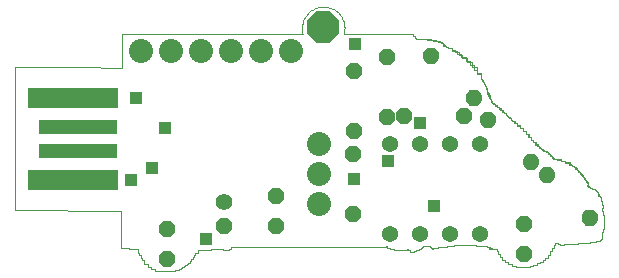
<source format=gts>
G75*
%MOIN*%
%OFA0B0*%
%FSLAX24Y24*%
%IPPOS*%
%LPD*%
%AMOC8*
5,1,8,0,0,1.08239X$1,22.5*
%
%ADD10C,0.0010*%
%ADD11C,0.0004*%
%ADD12OC8,0.0540*%
%ADD13C,0.0108*%
%ADD14OC8,0.0560*%
%ADD15C,0.0560*%
%ADD16C,0.0540*%
%ADD17R,0.3013X0.0651*%
%ADD18R,0.2619X0.0454*%
%ADD19C,0.0800*%
%ADD20R,0.0436X0.0436*%
%ADD21OC8,0.1060*%
D10*
X005682Y009387D02*
X005682Y009460D01*
X005557Y009460D01*
X005557Y009555D01*
X005438Y009555D01*
X005438Y009675D01*
X005386Y009675D01*
X005386Y009746D01*
X005331Y009746D01*
X005331Y009835D01*
X005283Y009835D01*
X005283Y009927D01*
X005250Y009927D01*
X005250Y010007D01*
X005235Y010007D01*
X005235Y010055D01*
X005135Y010055D01*
X005135Y010061D01*
X004929Y010061D01*
X004929Y010074D01*
X004755Y010074D01*
X005682Y009387D02*
X005818Y009387D01*
X005818Y009333D01*
X005969Y009333D01*
X005969Y009320D01*
X006023Y009320D01*
X006023Y009312D01*
X006073Y009312D01*
X006073Y009309D01*
X006244Y009309D01*
X006244Y009310D01*
X006349Y009310D01*
X006349Y009313D01*
X006415Y009313D01*
X006415Y009320D02*
X006463Y009320D01*
X006463Y009335D01*
X006514Y009335D01*
X006514Y009363D02*
X006595Y009363D01*
X006595Y009396D01*
X006672Y009396D01*
X006672Y009417D01*
X006716Y009417D01*
X006716Y009440D01*
X006758Y009440D01*
X006758Y009471D01*
X006807Y009471D01*
X006807Y009514D01*
X006871Y009514D01*
X006871Y009550D01*
X006918Y009550D01*
X006918Y009598D01*
X006966Y009598D01*
X006966Y009653D01*
X007016Y009653D01*
X007016Y009715D01*
X007064Y009715D01*
X007064Y009780D01*
X007109Y009780D01*
X007109Y009846D01*
X007149Y009846D01*
X007149Y009909D01*
X007182Y009909D01*
X007207Y009931D01*
X007231Y009931D01*
X007231Y010005D01*
X007256Y010005D01*
X007256Y010011D01*
X007305Y010011D01*
X007305Y010014D01*
X007335Y010014D01*
X007335Y010017D01*
X007384Y010017D01*
X007384Y010021D01*
X007444Y010021D01*
X007444Y010023D01*
X007508Y010023D01*
X007508Y010027D01*
X007581Y010027D01*
X007581Y010031D01*
X007664Y010031D01*
X007664Y010037D01*
X007748Y010037D01*
X007748Y010043D01*
X007821Y010043D01*
X007821Y010049D01*
X007893Y010049D01*
X007893Y010053D01*
X007948Y010053D01*
X007948Y010055D01*
X007990Y010055D01*
X007990Y010056D01*
X008020Y010056D01*
X008020Y010054D01*
X008041Y010054D01*
X008041Y010051D01*
X008054Y010051D01*
X008054Y010045D01*
X008063Y010045D01*
X008063Y010038D01*
X008068Y010038D01*
X008068Y010023D01*
X008084Y010023D01*
X008084Y010011D01*
X008111Y010011D01*
X008111Y010003D01*
X008146Y010003D01*
X008146Y010001D01*
X008189Y010001D01*
X008189Y010003D01*
X008211Y010003D01*
X008211Y010007D01*
X008233Y010007D01*
X008233Y010017D01*
X008256Y010017D01*
X008256Y010031D01*
X008283Y010031D01*
X008283Y010049D01*
X008311Y010049D01*
X008311Y010066D01*
X008328Y010066D01*
X008328Y010088D01*
X008340Y010088D01*
X008353Y010123D01*
X008364Y010123D01*
X008377Y010124D01*
X013513Y010111D01*
X013488Y010154D01*
X013552Y010154D01*
X013552Y010099D01*
X013633Y010099D01*
X013633Y010063D01*
X013698Y010063D01*
X013698Y010040D01*
X013756Y010040D01*
X013756Y010026D01*
X013822Y010026D01*
X013822Y010018D01*
X013917Y010018D01*
X013917Y010016D01*
X014033Y010016D01*
X014033Y010020D01*
X014142Y010020D01*
X014142Y010031D01*
X014217Y010031D01*
X014217Y010036D01*
X014237Y010036D01*
X014237Y010035D01*
X014253Y010035D01*
X014253Y010024D01*
X014270Y010024D01*
X014270Y010000D01*
X014296Y010000D01*
X014296Y009965D01*
X014344Y009965D01*
X014344Y009949D01*
X014391Y009949D01*
X014391Y009953D01*
X014437Y009953D01*
X014437Y009975D01*
X014482Y009975D01*
X014482Y009991D01*
X014513Y009991D01*
X014513Y010008D01*
X014553Y010008D01*
X014553Y010030D01*
X014611Y010030D01*
X014611Y010054D01*
X014661Y010054D01*
X014661Y010079D01*
X014698Y010079D01*
X014698Y010103D01*
X014720Y010103D01*
X014720Y010123D01*
X014736Y010123D01*
X014736Y010136D01*
X014760Y010136D01*
X014760Y010143D01*
X014806Y010143D01*
X014806Y010149D01*
X014885Y010149D01*
X014885Y010154D01*
X014975Y010154D01*
X014975Y010131D01*
X014981Y010131D01*
X014981Y010107D01*
X014993Y010107D01*
X014993Y010083D01*
X015013Y010083D01*
X015013Y010071D01*
X015028Y010071D01*
X015028Y010063D01*
X015041Y010063D01*
X015041Y010061D01*
X015056Y010061D01*
X015056Y010063D01*
X015075Y010063D01*
X015075Y010067D01*
X015107Y010067D01*
X015107Y010075D01*
X015167Y010075D01*
X015167Y010087D01*
X015247Y010087D01*
X015247Y010100D01*
X015338Y010100D01*
X015338Y010114D01*
X015438Y010114D01*
X015438Y010129D01*
X015542Y010129D01*
X015542Y010142D01*
X015636Y010142D01*
X015636Y010152D01*
X015710Y010152D01*
X015710Y010160D01*
X015766Y010160D01*
X015766Y010169D01*
X015814Y010169D01*
X015814Y010176D01*
X015849Y010176D01*
X015849Y010182D01*
X015866Y010182D01*
X015866Y010187D01*
X015897Y010187D01*
X015897Y010188D01*
X015969Y010188D01*
X015969Y010186D01*
X016074Y010186D01*
X016074Y010182D01*
X016204Y010182D01*
X016204Y010176D01*
X016350Y010176D01*
X016350Y010167D01*
X016503Y010167D01*
X016503Y010156D01*
X016656Y010156D01*
X016656Y010144D01*
X016800Y010144D01*
X016800Y010139D01*
X016838Y010139D01*
X016838Y010134D01*
X016867Y010134D01*
X016867Y010128D01*
X016888Y010128D01*
X016888Y010119D01*
X016900Y010119D01*
X016900Y010112D01*
X016914Y010112D01*
X016914Y010105D01*
X016933Y010105D01*
X016933Y010100D01*
X016961Y010100D01*
X016961Y010097D01*
X017001Y010097D01*
X017001Y010093D01*
X017006Y010081D01*
X017006Y010075D01*
X017038Y010075D01*
X017038Y010066D01*
X017064Y010066D01*
X017064Y010051D01*
X016953Y010088D01*
X016953Y010063D01*
X016998Y010063D01*
X016998Y010048D01*
X017039Y010048D01*
X017039Y010040D01*
X017081Y010040D01*
X017081Y010038D01*
X017208Y010038D01*
X017208Y009988D01*
X017233Y009988D01*
X017233Y009887D01*
X017296Y009887D01*
X017296Y009784D01*
X017380Y009784D01*
X017380Y009690D01*
X017476Y009690D01*
X017476Y009615D01*
X017576Y009615D01*
X017576Y009549D01*
X017695Y009549D01*
X017695Y009499D01*
X017823Y009499D01*
X017823Y009464D01*
X017958Y009464D01*
X017958Y009446D01*
X018202Y009446D01*
X018202Y009459D01*
X018309Y009459D01*
X018309Y009484D01*
X018417Y009484D01*
X018417Y009520D01*
X018522Y009520D01*
X018522Y009567D01*
X018624Y009567D01*
X018624Y009624D01*
X018721Y009624D01*
X018721Y009690D01*
X018812Y009690D01*
X018812Y009765D01*
X018893Y009765D01*
X018893Y009861D01*
X018973Y009861D01*
X018973Y009972D01*
X019047Y009972D01*
X019047Y010084D01*
X019106Y010084D01*
X019106Y010184D01*
X019141Y010184D01*
X019141Y010231D01*
X019152Y010231D01*
X019152Y010235D01*
X019205Y010235D01*
X019205Y010237D01*
X019233Y010237D01*
X019233Y010235D01*
X019251Y010235D01*
X019251Y010231D01*
X019262Y010231D01*
X019262Y010222D01*
X019271Y010222D01*
X019271Y010209D01*
X019281Y010209D01*
X019281Y010201D01*
X019296Y010201D01*
X019296Y010196D01*
X019322Y010196D01*
X019322Y010194D01*
X019368Y010194D01*
X019368Y010197D01*
X019441Y010197D01*
X019441Y010203D01*
X019548Y010203D01*
X019548Y010214D01*
X019696Y010214D01*
X019696Y010229D01*
X019893Y010229D01*
X019893Y010242D01*
X020062Y010242D01*
X020062Y010251D01*
X020196Y010251D01*
X020196Y010260D01*
X020298Y010260D01*
X020298Y010267D01*
X020374Y010267D01*
X020374Y010273D01*
X020428Y010273D01*
X020428Y010278D01*
X020464Y010278D01*
X020464Y010284D01*
X020487Y010284D01*
X020487Y010290D01*
X020501Y010290D01*
X020501Y010303D01*
X020539Y010303D01*
X020539Y010308D01*
X020584Y010308D01*
X020584Y010309D01*
X020610Y010309D01*
X020610Y010313D01*
X020629Y010313D01*
X020629Y010323D01*
X020646Y010323D01*
X020646Y010340D01*
X020664Y010340D01*
X020664Y010361D01*
X020680Y010361D01*
X020680Y010378D01*
X020690Y010378D01*
X020690Y010401D01*
X020694Y010401D01*
X020694Y010436D01*
X020694Y010436D01*
X020694Y010491D01*
X020697Y010491D01*
X020697Y010543D01*
X020707Y010543D01*
X020707Y010587D01*
X020720Y010587D01*
X020720Y010616D01*
X020736Y010616D01*
X020736Y010649D01*
X020749Y010649D01*
X020749Y010713D01*
X020758Y010713D01*
X020758Y010799D01*
X020762Y010799D01*
X020762Y010899D01*
X020764Y010899D01*
X020764Y011003D01*
X020762Y011003D01*
X020762Y011103D01*
X020756Y011103D01*
X020756Y011189D01*
X020747Y011189D01*
X020747Y011254D01*
X020734Y011254D01*
X020734Y011330D01*
X020720Y011330D01*
X020720Y011403D01*
X020728Y011403D01*
X020728Y011475D01*
X020722Y011475D01*
X020722Y011533D01*
X020712Y011533D01*
X020712Y011597D01*
X020700Y011597D01*
X020700Y011660D01*
X020685Y011660D01*
X020685Y011715D01*
X020670Y011715D01*
X020670Y011758D01*
X020657Y011758D01*
X020657Y011782D01*
X020646Y011782D01*
X020646Y011798D01*
X020627Y011798D01*
X020627Y011804D01*
X020605Y011804D01*
X020605Y011805D01*
X020592Y011805D01*
X020592Y011810D01*
X020585Y011810D01*
X020585Y011820D01*
X020584Y011820D01*
X020584Y011839D01*
X020587Y011839D01*
X020587Y011860D01*
X020589Y011860D01*
X020589Y011879D01*
X020584Y011879D01*
X020584Y011903D01*
X020572Y011903D01*
X020572Y011940D01*
X020547Y011940D01*
X020547Y011964D01*
X020530Y011964D01*
X020530Y011982D01*
X020516Y011982D01*
X020516Y011998D01*
X020499Y011998D01*
X020499Y012011D01*
X020480Y012011D01*
X020480Y012024D01*
X020454Y012024D01*
X020454Y012040D01*
X020417Y012040D01*
X020417Y012060D01*
X020368Y012060D01*
X020368Y012085D01*
X020302Y012085D01*
X020302Y012102D01*
X020259Y012102D01*
X020259Y012115D01*
X020234Y012115D01*
X020234Y012127D01*
X020221Y012127D01*
X020221Y012142D01*
X020215Y012142D01*
X020215Y012164D01*
X020214Y012164D01*
X020214Y012179D01*
X020220Y012179D01*
X020220Y012195D01*
X020227Y012195D01*
X020227Y012220D01*
X020230Y012220D01*
X020230Y012235D01*
X020229Y012235D01*
X020229Y012248D01*
X020224Y012248D01*
X020224Y012258D01*
X020215Y012258D01*
X020215Y012267D01*
X020201Y012267D01*
X020201Y012281D01*
X020186Y012281D01*
X020186Y012305D01*
X020164Y012305D01*
X020164Y012338D01*
X020140Y012338D01*
X020140Y012374D01*
X020115Y012374D01*
X020115Y012413D01*
X020087Y012413D01*
X020087Y012456D01*
X020057Y012456D01*
X020057Y012496D01*
X020027Y012496D01*
X020027Y012529D01*
X020001Y012529D01*
X020001Y012557D01*
X019979Y012557D01*
X019979Y012582D01*
X019958Y012582D01*
X019958Y012602D01*
X019943Y012602D01*
X019943Y012614D01*
X019933Y012614D01*
X019933Y012629D01*
X019919Y012629D01*
X019919Y012655D01*
X019892Y012655D01*
X019892Y012689D01*
X019855Y012689D01*
X019855Y012727D01*
X019812Y012727D01*
X019812Y012775D01*
X019757Y012775D01*
X019757Y012812D01*
X019708Y012812D01*
X019708Y012840D01*
X019664Y012840D01*
X019664Y012866D01*
X019616Y012866D01*
X019616Y012931D01*
X019474Y012931D01*
X019474Y012989D01*
X019331Y012989D01*
X019331Y013032D01*
X019203Y013032D01*
X019203Y013055D01*
X019105Y013055D01*
X019105Y013059D01*
X019081Y013059D01*
X019081Y013066D01*
X019064Y013066D01*
X019064Y013080D01*
X019051Y013080D01*
X019051Y013103D01*
X019035Y013103D01*
X019035Y013119D01*
X019024Y013119D01*
X019024Y013135D01*
X019012Y013135D01*
X019012Y013148D01*
X019001Y013148D01*
X019001Y013155D01*
X018993Y013155D01*
X018993Y013165D01*
X018982Y013165D01*
X018982Y013183D01*
X018965Y013183D01*
X018965Y013206D01*
X018944Y013206D01*
X018944Y013233D01*
X018920Y013233D01*
X018920Y013255D01*
X018901Y013255D01*
X018901Y013271D01*
X018886Y013271D01*
X018886Y013283D01*
X018875Y013283D01*
X018875Y013291D01*
X018864Y013291D01*
X018864Y013297D01*
X018855Y013297D01*
X018855Y013299D01*
X018846Y013299D01*
X018846Y013301D01*
X018821Y013301D01*
X018821Y013305D01*
X018789Y013305D01*
X018789Y013316D01*
X018769Y013316D01*
X018769Y013332D01*
X018749Y013332D01*
X018749Y013348D01*
X018719Y013348D01*
X018719Y013366D01*
X018687Y013366D01*
X018687Y013385D01*
X018663Y013385D01*
X018663Y013403D01*
X018640Y013403D01*
X018640Y013418D01*
X018612Y013418D01*
X018612Y013435D01*
X018587Y013435D01*
X018587Y013473D01*
X018545Y013473D01*
X018545Y013531D01*
X018486Y013531D01*
X018486Y013611D01*
X018411Y013611D01*
X018411Y013686D01*
X018338Y013686D01*
X018338Y013775D01*
X018251Y013775D01*
X018251Y013872D01*
X018157Y013872D01*
X018157Y013972D01*
X018057Y013972D01*
X018057Y014070D01*
X017958Y014070D01*
X017958Y014164D01*
X017862Y014164D01*
X017862Y014246D01*
X017777Y014246D01*
X017777Y014314D01*
X017706Y014314D01*
X017706Y014354D01*
X017663Y014354D01*
X017663Y014400D01*
X017616Y014400D01*
X017616Y014443D01*
X017569Y014443D01*
X017569Y014481D01*
X017529Y014481D01*
X017529Y014521D01*
X017488Y014521D01*
X017488Y014567D01*
X017437Y014567D01*
X017437Y014618D01*
X017380Y014618D01*
X017380Y014673D01*
X017320Y014673D01*
X017320Y014728D01*
X017258Y014728D01*
X017258Y014780D01*
X017198Y014780D01*
X017198Y014828D01*
X017142Y014828D01*
X017142Y014869D01*
X017094Y014869D01*
X017094Y014896D01*
X017063Y014896D01*
X017063Y014921D01*
X017037Y014921D01*
X017037Y014940D01*
X017020Y014940D01*
X017020Y014951D01*
X017013Y014951D01*
X017013Y014966D01*
X017008Y014966D01*
X017008Y014996D01*
X016996Y014996D01*
X016996Y015036D01*
X016976Y015036D01*
X016976Y015083D01*
X016953Y015083D01*
X016953Y015165D01*
X016913Y015165D01*
X016913Y015230D01*
X016885Y015230D01*
X016885Y015281D01*
X016869Y015281D01*
X016869Y015321D01*
X016865Y015321D01*
X016865Y015342D01*
X016860Y015342D01*
X016860Y015377D01*
X016846Y015377D01*
X016846Y015424D01*
X016825Y015424D01*
X016825Y015479D01*
X016797Y015479D01*
X016797Y015538D01*
X016766Y015538D01*
X016766Y015600D01*
X016731Y015600D01*
X016731Y015661D01*
X016695Y015661D01*
X016695Y015719D01*
X016660Y015719D01*
X016660Y015878D01*
X016549Y015878D01*
X016549Y016033D01*
X016427Y016033D01*
X016427Y016180D01*
X016294Y016180D01*
X016294Y016318D01*
X016155Y016318D01*
X016155Y016444D01*
X016010Y016444D01*
X016010Y016557D01*
X015862Y016557D01*
X015862Y016655D01*
X015714Y016655D01*
X015714Y016736D01*
X015566Y016736D01*
X015566Y016773D01*
X015490Y016773D01*
X015490Y016801D01*
X015446Y016801D01*
X015446Y016827D01*
X015420Y016827D01*
X015420Y016864D01*
X015399Y016864D01*
X015399Y016883D01*
X015388Y016883D01*
X015388Y016900D01*
X015375Y016900D01*
X015375Y016916D01*
X015361Y016916D01*
X015361Y016926D01*
X015347Y016926D01*
X015347Y016946D01*
X015306Y016946D01*
X015306Y016964D01*
X015246Y016964D01*
X015246Y016982D01*
X015170Y016982D01*
X015170Y016998D01*
X015080Y016998D01*
X015080Y017012D01*
X014979Y017012D01*
X014979Y017025D01*
X014868Y017025D01*
X014868Y017036D01*
X014750Y017036D01*
X014750Y017044D01*
X014627Y017044D01*
X014627Y017050D01*
X014493Y017050D01*
X014493Y017088D01*
X014475Y017088D01*
X014475Y017120D01*
X014458Y017120D01*
X014458Y017142D01*
X014441Y017142D01*
X014441Y017143D01*
X014438Y017143D01*
X014438Y017144D01*
X014431Y017144D01*
X014431Y017145D01*
X014420Y017145D01*
X014420Y017146D01*
X014403Y017146D01*
X014412Y017156D02*
X014429Y017156D01*
X014429Y017155D01*
X014440Y017155D01*
X014440Y017154D01*
X014448Y017154D01*
X014448Y017153D01*
X014451Y017153D01*
X014451Y017151D01*
X014467Y017151D01*
X014467Y017129D01*
X014484Y017129D01*
X014484Y017098D01*
X014501Y017098D01*
X014501Y017059D01*
X014635Y017059D01*
X014635Y017053D01*
X014759Y017053D01*
X014759Y017045D01*
X014877Y017045D01*
X014877Y017035D01*
X014988Y017035D01*
X014988Y017022D01*
X015090Y017022D01*
X015090Y017007D01*
X015179Y017007D01*
X015179Y016991D01*
X015255Y016991D01*
X015255Y016973D01*
X015315Y016973D01*
X015315Y016954D01*
X015357Y016954D01*
X015357Y016935D01*
X015370Y016935D01*
X015370Y016925D01*
X015384Y016925D01*
X015384Y016910D01*
X015397Y016910D01*
X015397Y016892D01*
X015408Y016892D01*
X015408Y016874D01*
X015430Y016874D01*
X015430Y016837D01*
X015456Y016837D01*
X015456Y016810D01*
X015500Y016810D01*
X015500Y016783D01*
X015575Y016783D01*
X015575Y016745D01*
X015687Y016745D01*
X015687Y016684D01*
X015812Y016684D01*
X015812Y016606D01*
X015936Y016606D01*
X015936Y016519D01*
X016049Y016519D01*
X016049Y016430D01*
X016220Y016430D01*
X016220Y016274D01*
X016384Y016274D01*
X016384Y016100D01*
X016536Y016100D01*
X016536Y015916D01*
X016668Y015916D01*
X016668Y015728D01*
X016705Y015728D01*
X016705Y015671D01*
X016740Y015671D01*
X016740Y015609D01*
X016775Y015609D01*
X016775Y015548D01*
X016807Y015548D01*
X016807Y015488D01*
X016834Y015488D01*
X016834Y015433D01*
X016855Y015433D01*
X016855Y015387D01*
X016869Y015387D01*
X016869Y015351D01*
X016874Y015351D01*
X016874Y015330D01*
X016879Y015330D01*
X016879Y015290D01*
X016895Y015290D01*
X016895Y015239D01*
X016922Y015239D01*
X016922Y015174D01*
X016962Y015174D01*
X016962Y015092D01*
X016986Y015092D01*
X016986Y015046D01*
X017005Y015046D01*
X017005Y015005D01*
X017018Y015005D01*
X017018Y014975D01*
X017023Y014975D01*
X017023Y014961D01*
X017029Y014961D01*
X017029Y014950D01*
X017047Y014950D01*
X017047Y014931D01*
X017072Y014931D01*
X017072Y014906D01*
X017103Y014906D01*
X017103Y014878D01*
X017152Y014878D01*
X017152Y014837D01*
X017207Y014837D01*
X017207Y014789D01*
X017268Y014789D01*
X017268Y014737D01*
X017329Y014737D01*
X017329Y014682D01*
X017389Y014682D01*
X017389Y014628D01*
X017446Y014628D01*
X017446Y014576D01*
X017497Y014576D01*
X017497Y014529D01*
X017538Y014529D01*
X017538Y014491D01*
X017578Y014491D01*
X017578Y014453D01*
X017625Y014453D01*
X017625Y014409D01*
X017672Y014409D01*
X017672Y014364D01*
X017715Y014364D01*
X017715Y014324D01*
X017787Y014324D01*
X017787Y014256D01*
X017872Y014256D01*
X017872Y014173D01*
X017967Y014173D01*
X017967Y014080D01*
X018066Y014080D01*
X018066Y013981D01*
X018166Y013981D01*
X018166Y013881D01*
X018261Y013881D01*
X018261Y013785D01*
X018347Y013785D01*
X018347Y013696D01*
X018420Y013696D01*
X018420Y013620D01*
X018496Y013620D01*
X018496Y013540D01*
X018555Y013540D01*
X018555Y013482D01*
X018596Y013482D01*
X018596Y013445D01*
X018621Y013445D01*
X018621Y013428D01*
X018649Y013428D01*
X018649Y013412D01*
X018672Y013412D01*
X018672Y013394D01*
X018696Y013394D01*
X018696Y013375D01*
X018728Y013375D01*
X018728Y013358D01*
X018758Y013358D01*
X018758Y013342D01*
X018778Y013342D01*
X018778Y013325D01*
X018798Y013325D01*
X018798Y013314D01*
X018831Y013314D01*
X018831Y013310D01*
X018855Y013310D01*
X018855Y013309D01*
X018864Y013309D01*
X018864Y013305D01*
X018874Y013305D01*
X018874Y013301D01*
X018884Y013301D01*
X018884Y013292D01*
X018896Y013292D01*
X018896Y013281D01*
X018910Y013281D01*
X018910Y013264D01*
X018929Y013264D01*
X018929Y013242D01*
X018953Y013242D01*
X018953Y013216D01*
X018974Y013216D01*
X018974Y013192D01*
X018992Y013192D01*
X018992Y013174D01*
X019002Y013174D01*
X019002Y013165D01*
X019010Y013165D01*
X019010Y013157D01*
X019021Y013157D01*
X019021Y013145D01*
X019033Y013145D01*
X019033Y013129D01*
X019044Y013129D01*
X019044Y013111D01*
X019060Y013111D01*
X019060Y013089D01*
X019074Y013089D01*
X019074Y013075D01*
X019091Y013075D01*
X019091Y013068D01*
X019114Y013068D01*
X019114Y013063D01*
X019212Y013063D01*
X019212Y013041D01*
X019340Y013041D01*
X019340Y012998D01*
X019484Y012998D01*
X019484Y012941D01*
X019625Y012941D01*
X019625Y012875D01*
X019673Y012875D01*
X019673Y012849D01*
X019718Y012849D01*
X019718Y012820D01*
X019766Y012820D01*
X019766Y012784D01*
X019821Y012784D01*
X019821Y012737D01*
X019864Y012737D01*
X019864Y012698D01*
X019902Y012698D01*
X019902Y012664D01*
X019929Y012664D01*
X019929Y012638D01*
X019943Y012638D01*
X019943Y012624D01*
X019952Y012624D01*
X019952Y012611D01*
X019968Y012611D01*
X019968Y012591D01*
X019988Y012591D01*
X019988Y012566D01*
X020010Y012566D01*
X020010Y012538D01*
X020036Y012538D01*
X020036Y012506D01*
X020066Y012506D01*
X020066Y012466D01*
X020097Y012466D01*
X020097Y012423D01*
X020123Y012423D01*
X020123Y012383D01*
X020149Y012383D01*
X020149Y012347D01*
X020173Y012347D01*
X020173Y012315D01*
X020195Y012315D01*
X020195Y012291D01*
X020210Y012291D01*
X020210Y012277D01*
X020225Y012277D01*
X020225Y012267D01*
X020234Y012267D01*
X020234Y012256D01*
X020238Y012256D01*
X020238Y012241D01*
X020239Y012241D01*
X020239Y012220D01*
X020236Y012220D01*
X020236Y012188D01*
X020230Y012188D01*
X020230Y012170D01*
X020222Y012170D01*
X020222Y012153D01*
X020232Y012153D01*
X020232Y012136D01*
X020262Y012136D01*
X020262Y012116D01*
X020311Y012116D01*
X020311Y012094D01*
X014412Y017157D02*
X014412Y017156D01*
D11*
X014404Y017147D02*
X014391Y017216D01*
X012091Y017216D01*
X012092Y017216D02*
X012105Y017267D01*
X012114Y017319D01*
X012119Y017372D01*
X012121Y017425D01*
X012119Y017477D01*
X012112Y017530D01*
X012102Y017581D01*
X012088Y017632D01*
X012070Y017682D01*
X012049Y017730D01*
X012024Y017777D01*
X011995Y017821D01*
X011964Y017863D01*
X011929Y017903D01*
X011891Y017940D01*
X011851Y017975D01*
X011809Y018006D01*
X011764Y018034D01*
X011717Y018058D01*
X011669Y018079D01*
X011619Y018096D01*
X011568Y018110D01*
X011516Y018119D01*
X011463Y018125D01*
X011410Y018127D01*
X011358Y018125D01*
X011305Y018119D01*
X011253Y018109D01*
X011202Y018095D01*
X011153Y018078D01*
X011104Y018057D01*
X011058Y018032D01*
X011013Y018004D01*
X010970Y017973D01*
X010930Y017938D01*
X010893Y017901D01*
X010859Y017861D01*
X010827Y017819D01*
X010799Y017774D01*
X010774Y017728D01*
X010753Y017679D01*
X010735Y017629D01*
X010721Y017579D01*
X010711Y017527D01*
X010705Y017474D01*
X010703Y017422D01*
X010705Y017369D01*
X010710Y017316D01*
X010720Y017264D01*
X010733Y017213D01*
X010733Y017214D02*
X004715Y017224D01*
X004715Y016090D01*
X003273Y016100D01*
X001139Y016109D01*
X001130Y011342D01*
X004657Y011332D01*
X004657Y010265D01*
X004657Y010073D01*
X004754Y010073D01*
D12*
X006212Y009718D03*
X006212Y010718D03*
X009825Y010803D03*
X009825Y011803D03*
X012400Y011216D03*
X012400Y013216D03*
X012425Y013978D03*
X013535Y014463D03*
X014115Y014479D03*
X012425Y015978D03*
X013535Y016463D03*
X016115Y014479D03*
X018092Y010877D03*
X018092Y009877D03*
D13*
X020238Y011274D02*
X020184Y011328D01*
X020362Y011328D01*
X020488Y011202D01*
X020488Y011024D01*
X020362Y010898D01*
X020184Y010898D01*
X020058Y011024D01*
X020058Y011202D01*
X020184Y011328D01*
X020217Y011247D01*
X020329Y011247D01*
X020407Y011169D01*
X020407Y011057D01*
X020329Y010979D01*
X020217Y010979D01*
X020139Y011057D01*
X020139Y011169D01*
X020217Y011247D01*
X020251Y011166D01*
X020295Y011166D01*
X020326Y011135D01*
X020326Y011091D01*
X020295Y011060D01*
X020251Y011060D01*
X020220Y011091D01*
X020220Y011135D01*
X020251Y011166D01*
X018824Y012688D02*
X018770Y012742D01*
X018948Y012742D01*
X019074Y012616D01*
X019074Y012438D01*
X018948Y012312D01*
X018770Y012312D01*
X018644Y012438D01*
X018644Y012616D01*
X018770Y012742D01*
X018803Y012661D01*
X018915Y012661D01*
X018993Y012583D01*
X018993Y012471D01*
X018915Y012393D01*
X018803Y012393D01*
X018725Y012471D01*
X018725Y012583D01*
X018803Y012661D01*
X018837Y012580D01*
X018881Y012580D01*
X018912Y012549D01*
X018912Y012505D01*
X018881Y012474D01*
X018837Y012474D01*
X018806Y012505D01*
X018806Y012549D01*
X018837Y012580D01*
X018346Y012802D02*
X018400Y012748D01*
X018222Y012748D01*
X018096Y012874D01*
X018096Y013052D01*
X018222Y013178D01*
X018400Y013178D01*
X018526Y013052D01*
X018526Y012874D01*
X018400Y012748D01*
X018367Y012829D01*
X018255Y012829D01*
X018177Y012907D01*
X018177Y013019D01*
X018255Y013097D01*
X018367Y013097D01*
X018445Y013019D01*
X018445Y012907D01*
X018367Y012829D01*
X018333Y012910D01*
X018289Y012910D01*
X018258Y012941D01*
X018258Y012985D01*
X018289Y013016D01*
X018333Y013016D01*
X018364Y012985D01*
X018364Y012941D01*
X018333Y012910D01*
X016932Y014217D02*
X016986Y014163D01*
X016808Y014163D01*
X016682Y014289D01*
X016682Y014467D01*
X016808Y014593D01*
X016986Y014593D01*
X017112Y014467D01*
X017112Y014289D01*
X016986Y014163D01*
X016953Y014244D01*
X016841Y014244D01*
X016763Y014322D01*
X016763Y014434D01*
X016841Y014512D01*
X016953Y014512D01*
X017031Y014434D01*
X017031Y014322D01*
X016953Y014244D01*
X016919Y014325D01*
X016875Y014325D01*
X016844Y014356D01*
X016844Y014400D01*
X016875Y014431D01*
X016919Y014431D01*
X016950Y014400D01*
X016950Y014356D01*
X016919Y014325D01*
X016441Y014938D02*
X016495Y014884D01*
X016317Y014884D01*
X016191Y015010D01*
X016191Y015188D01*
X016317Y015314D01*
X016495Y015314D01*
X016621Y015188D01*
X016621Y015010D01*
X016495Y014884D01*
X016462Y014965D01*
X016350Y014965D01*
X016272Y015043D01*
X016272Y015155D01*
X016350Y015233D01*
X016462Y015233D01*
X016540Y015155D01*
X016540Y015043D01*
X016462Y014965D01*
X016428Y015046D01*
X016384Y015046D01*
X016353Y015077D01*
X016353Y015121D01*
X016384Y015152D01*
X016428Y015152D01*
X016459Y015121D01*
X016459Y015077D01*
X016428Y015046D01*
X015027Y016352D02*
X015081Y016298D01*
X014903Y016298D01*
X014777Y016424D01*
X014777Y016602D01*
X014903Y016728D01*
X015081Y016728D01*
X015207Y016602D01*
X015207Y016424D01*
X015081Y016298D01*
X015048Y016379D01*
X014936Y016379D01*
X014858Y016457D01*
X014858Y016569D01*
X014936Y016647D01*
X015048Y016647D01*
X015126Y016569D01*
X015126Y016457D01*
X015048Y016379D01*
X015014Y016460D01*
X014970Y016460D01*
X014939Y016491D01*
X014939Y016535D01*
X014970Y016566D01*
X015014Y016566D01*
X015045Y016535D01*
X015045Y016491D01*
X015014Y016460D01*
D14*
X008108Y010812D03*
D15*
X008108Y011612D03*
D16*
X013629Y010564D03*
X014629Y010564D03*
X015629Y010564D03*
X016629Y010564D03*
X016629Y013564D03*
X015629Y013564D03*
X014629Y013564D03*
X013629Y013564D03*
D17*
X003055Y012335D03*
X003055Y015090D03*
D18*
X003251Y014106D03*
X003251Y013319D03*
D19*
X005339Y016660D03*
X006339Y016660D03*
X007339Y016660D03*
X008339Y016660D03*
X009339Y016660D03*
X010339Y016660D03*
X011277Y013560D03*
X011277Y012560D03*
X011277Y011560D03*
D20*
X012427Y012385D03*
X013564Y012985D03*
X014639Y014235D03*
X012464Y016872D03*
X015114Y011499D03*
X007502Y010398D03*
X005003Y012335D03*
X005702Y012760D03*
X006140Y014085D03*
X005177Y015098D03*
D21*
X011405Y017455D03*
M02*

</source>
